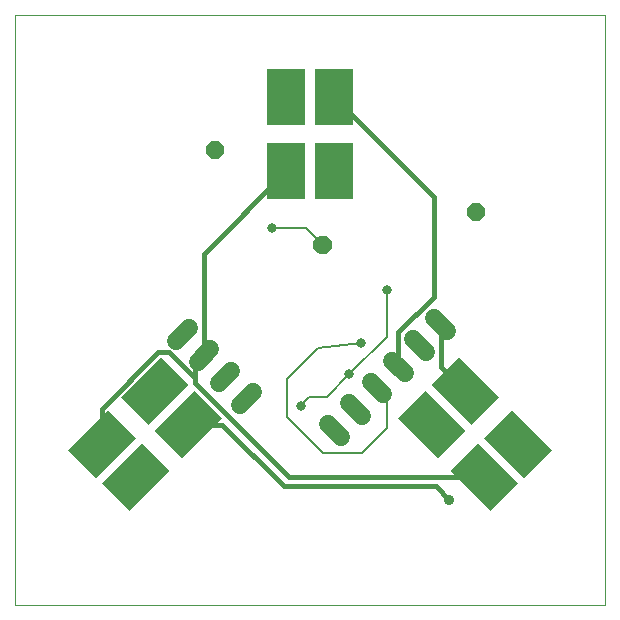
<source format=gbl>
G75*
%MOIN*%
%OFA0B0*%
%FSLAX24Y24*%
%IPPOS*%
%LPD*%
%AMOC8*
5,1,8,0,0,1.08239X$1,22.5*
%
%ADD10C,0.0000*%
%ADD11C,0.0600*%
%ADD12C,0.0120*%
%ADD13R,0.1299X0.1890*%
%ADD14OC8,0.0600*%
%ADD15C,0.0160*%
%ADD16C,0.0317*%
%ADD17C,0.0080*%
%ADD18C,0.0356*%
D10*
X000100Y000100D02*
X000100Y019785D01*
X019785Y019785D01*
X019785Y000100D01*
X000100Y000100D01*
D11*
X006900Y007495D02*
X007324Y007919D01*
X008031Y007212D02*
X007607Y006788D01*
X006193Y008202D02*
X006617Y008626D01*
X005910Y009334D02*
X005486Y008909D01*
X010549Y006135D02*
X010973Y005711D01*
X011680Y006418D02*
X011256Y006842D01*
X011963Y007549D02*
X012387Y007125D01*
X013094Y007832D02*
X012670Y008256D01*
X013377Y008964D02*
X013801Y008539D01*
X014508Y009246D02*
X014084Y009671D01*
D12*
X010180Y012072D02*
X010120Y012012D01*
X010120Y012210D01*
X010260Y012350D01*
X010458Y012350D01*
X010598Y012210D01*
X010598Y012012D01*
X010458Y011872D01*
X010260Y011872D01*
X010120Y012012D01*
X010210Y012049D01*
X010210Y012173D01*
X010297Y012260D01*
X010421Y012260D01*
X010508Y012173D01*
X010508Y012049D01*
X010421Y011962D01*
X010297Y011962D01*
X010210Y012049D01*
X010300Y012086D01*
X010300Y012136D01*
X010334Y012170D01*
X010384Y012170D01*
X010418Y012136D01*
X010418Y012086D01*
X010384Y012052D01*
X010334Y012052D01*
X010300Y012086D01*
D13*
X010726Y014561D03*
X009151Y014561D03*
X009151Y017041D03*
X010726Y017041D03*
G36*
X013991Y007443D02*
X014909Y008361D01*
X016245Y007025D01*
X015327Y006107D01*
X013991Y007443D01*
G37*
G36*
X012878Y006330D02*
X013796Y007248D01*
X015132Y005912D01*
X014214Y004994D01*
X012878Y006330D01*
G37*
G36*
X014632Y004576D02*
X015550Y005494D01*
X016886Y004158D01*
X015968Y003240D01*
X014632Y004576D01*
G37*
G36*
X015745Y005690D02*
X016663Y006608D01*
X017999Y005272D01*
X017081Y004354D01*
X015745Y005690D01*
G37*
G36*
X006081Y007248D02*
X006999Y006330D01*
X005663Y004994D01*
X004745Y005912D01*
X006081Y007248D01*
G37*
G36*
X004968Y008361D02*
X005886Y007443D01*
X004550Y006107D01*
X003632Y007025D01*
X004968Y008361D01*
G37*
G36*
X003214Y006608D02*
X004132Y005690D01*
X002796Y004354D01*
X001878Y005272D01*
X003214Y006608D01*
G37*
G36*
X004327Y005494D02*
X005245Y004576D01*
X003909Y003240D01*
X002991Y004158D01*
X004327Y005494D01*
G37*
D14*
X006759Y015271D03*
X015479Y013221D03*
D15*
X014069Y013698D02*
X014069Y010381D01*
X012882Y009194D01*
X012882Y008044D01*
X014296Y008057D02*
X014296Y009459D01*
X014296Y008057D02*
X015118Y007234D01*
X015759Y004367D02*
X009242Y004367D01*
X006099Y007511D01*
X006099Y007661D01*
X005229Y008531D01*
X004879Y008531D01*
X003005Y006657D01*
X003005Y005481D01*
X005872Y006121D02*
X007018Y006121D01*
X009079Y004061D01*
X014129Y004061D01*
X014569Y003621D01*
X006405Y008414D02*
X006405Y011814D01*
X009151Y014561D01*
X010726Y017041D02*
X014069Y013698D01*
X006405Y008414D02*
X006099Y008108D01*
X006099Y007661D01*
D16*
X009639Y006731D03*
X011249Y007791D03*
X011629Y008841D03*
X012499Y010611D03*
X008679Y012671D03*
D17*
X009799Y012671D01*
X010359Y012111D01*
X012499Y010611D02*
X012499Y009041D01*
X011249Y007791D01*
X010499Y007041D01*
X009919Y007041D01*
X009639Y006761D01*
X009639Y006731D01*
X009169Y006361D02*
X010369Y005161D01*
X011659Y005161D01*
X012499Y006001D01*
X012499Y007014D01*
X012175Y007337D01*
X011629Y008841D02*
X010209Y008671D01*
X009169Y007631D01*
X009169Y006361D01*
D18*
X014569Y003621D03*
M02*

</source>
